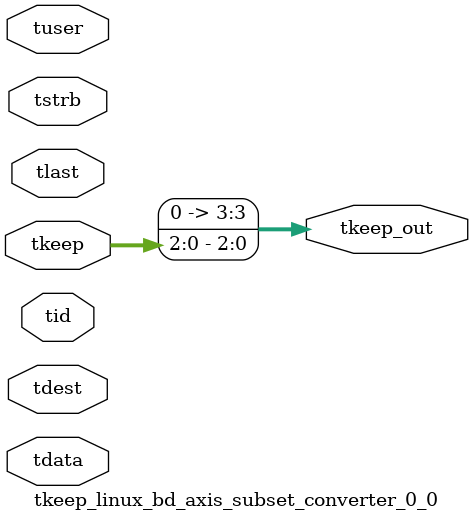
<source format=v>


`timescale 1ps/1ps

module tkeep_linux_bd_axis_subset_converter_0_0 #
(
parameter C_S_AXIS_TDATA_WIDTH = 32,
parameter C_S_AXIS_TUSER_WIDTH = 0,
parameter C_S_AXIS_TID_WIDTH   = 0,
parameter C_S_AXIS_TDEST_WIDTH = 0,
parameter C_M_AXIS_TDATA_WIDTH = 32
)
(
input  [(C_S_AXIS_TDATA_WIDTH == 0 ? 1 : C_S_AXIS_TDATA_WIDTH)-1:0     ] tdata,
input  [(C_S_AXIS_TUSER_WIDTH == 0 ? 1 : C_S_AXIS_TUSER_WIDTH)-1:0     ] tuser,
input  [(C_S_AXIS_TID_WIDTH   == 0 ? 1 : C_S_AXIS_TID_WIDTH)-1:0       ] tid,
input  [(C_S_AXIS_TDEST_WIDTH == 0 ? 1 : C_S_AXIS_TDEST_WIDTH)-1:0     ] tdest,
input  [(C_S_AXIS_TDATA_WIDTH/8)-1:0 ] tkeep,
input  [(C_S_AXIS_TDATA_WIDTH/8)-1:0 ] tstrb,
input                                                                    tlast,
output [(C_M_AXIS_TDATA_WIDTH/8)-1:0 ] tkeep_out
);

assign tkeep_out = {tkeep[2:0]};

endmodule


</source>
